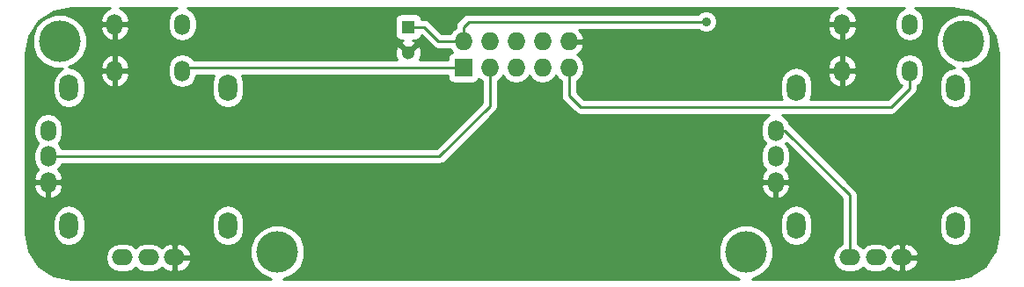
<source format=gbl>
G04 #@! TF.FileFunction,Copper,L2,Bot,Signal*
%FSLAX46Y46*%
G04 Gerber Fmt 4.6, Leading zero omitted, Abs format (unit mm)*
G04 Created by KiCad (PCBNEW (2015-01-16 BZR 5376)-product) date 28/04/2015 16:45:27*
%MOMM*%
G01*
G04 APERTURE LIST*
%ADD10C,0.100000*%
%ADD11C,4.000000*%
%ADD12R,1.300000X1.300000*%
%ADD13C,1.300000*%
%ADD14O,1.800000X2.600000*%
%ADD15O,1.524000X2.000000*%
%ADD16O,2.000000X1.540000*%
%ADD17R,1.727200X1.727200*%
%ADD18O,1.727200X1.727200*%
%ADD19C,0.889000*%
%ADD20C,0.254000*%
G04 APERTURE END LIST*
D10*
D11*
X91440000Y-88900000D03*
X157480000Y-109220000D03*
X178435000Y-88900000D03*
X112395000Y-109220000D03*
D12*
X125000000Y-87500000D03*
D13*
X125000000Y-90000000D03*
D14*
X162350000Y-93350000D03*
X177650000Y-93350000D03*
X177650000Y-106650000D03*
X162350000Y-106650000D03*
D15*
X160350000Y-100000000D03*
X160350000Y-97500000D03*
X160350000Y-102500000D03*
D16*
X170000000Y-109750000D03*
X167500000Y-109750000D03*
X172500000Y-109750000D03*
D15*
X166750000Y-91750000D03*
X173250000Y-91750000D03*
X173250000Y-87250000D03*
X166750000Y-87250000D03*
D14*
X92350000Y-93350000D03*
X107650000Y-93350000D03*
X107650000Y-106650000D03*
X92350000Y-106650000D03*
D15*
X90350000Y-100000000D03*
X90350000Y-97500000D03*
X90350000Y-102500000D03*
D16*
X100000000Y-109750000D03*
X97500000Y-109750000D03*
X102500000Y-109750000D03*
D15*
X96750000Y-91750000D03*
X103250000Y-91750000D03*
X103250000Y-87250000D03*
X96750000Y-87250000D03*
D17*
X130302000Y-91440000D03*
D18*
X130302000Y-88900000D03*
X132842000Y-91440000D03*
X132842000Y-88900000D03*
X135382000Y-91440000D03*
X135382000Y-88900000D03*
X137922000Y-91440000D03*
X137922000Y-88900000D03*
X140462000Y-91440000D03*
X140462000Y-88900000D03*
D19*
X153670000Y-86995000D03*
D20*
X125040000Y-87460000D02*
X125000000Y-87500000D01*
X167500000Y-103746000D02*
X167500000Y-109750000D01*
X161254000Y-97500000D02*
X167500000Y-103746000D01*
X160350000Y-97500000D02*
X161254000Y-97500000D01*
X126500000Y-87500000D02*
X127900000Y-88900000D01*
X127900000Y-88900000D02*
X130302000Y-88900000D01*
X125000000Y-87500000D02*
X126500000Y-87500000D01*
X153670000Y-86995000D02*
X130810000Y-86995000D01*
X130810000Y-86995000D02*
X130302000Y-87503000D01*
X130302000Y-87503000D02*
X130302000Y-88900000D01*
X173250000Y-87250000D02*
X173250000Y-87354000D01*
X173250000Y-93450000D02*
X171450000Y-95250000D01*
X171450000Y-95250000D02*
X141605000Y-95250000D01*
X141605000Y-95250000D02*
X140462000Y-94107000D01*
X140462000Y-94107000D02*
X140462000Y-91440000D01*
X173250000Y-91750000D02*
X173250000Y-93450000D01*
X132842000Y-95158000D02*
X128000000Y-100000000D01*
X128000000Y-100000000D02*
X90350000Y-100000000D01*
X132842000Y-91440000D02*
X132842000Y-95158000D01*
X108585000Y-91440000D02*
X108440000Y-91440000D01*
X130302000Y-91440000D02*
X108585000Y-91440000D01*
X103560000Y-91440000D02*
X103250000Y-91750000D01*
X108585000Y-91440000D02*
X103560000Y-91440000D01*
G36*
X181815000Y-107432532D02*
X181474141Y-109146144D01*
X181070457Y-109750299D01*
X181070457Y-88378166D01*
X180670147Y-87409342D01*
X179929557Y-86667458D01*
X178961433Y-86265458D01*
X177913166Y-86264543D01*
X176944342Y-86664853D01*
X176202458Y-87405443D01*
X175800458Y-88373567D01*
X175799543Y-89421834D01*
X176199853Y-90390658D01*
X176940443Y-91132542D01*
X177568448Y-91393312D01*
X177062581Y-91493936D01*
X176564591Y-91826682D01*
X176231845Y-92324672D01*
X176115000Y-92912091D01*
X176115000Y-93787909D01*
X176231845Y-94375328D01*
X176564591Y-94873318D01*
X177062581Y-95206064D01*
X177650000Y-95322909D01*
X178237419Y-95206064D01*
X178735409Y-94873318D01*
X179068155Y-94375328D01*
X179185000Y-93787909D01*
X179185000Y-92912091D01*
X179068155Y-92324672D01*
X178735409Y-91826682D01*
X178298699Y-91534882D01*
X178956834Y-91535457D01*
X179925658Y-91135147D01*
X180667542Y-90394557D01*
X181069542Y-89426433D01*
X181070457Y-88378166D01*
X181070457Y-109750299D01*
X180541675Y-110541677D01*
X179185000Y-111448177D01*
X179185000Y-107087909D01*
X179185000Y-106212091D01*
X179068155Y-105624672D01*
X178735409Y-105126682D01*
X178237419Y-104793936D01*
X177650000Y-104677091D01*
X177062581Y-104793936D01*
X176564591Y-105126682D01*
X176231845Y-105624672D01*
X176115000Y-106212091D01*
X176115000Y-107087909D01*
X176231845Y-107675328D01*
X176564591Y-108173318D01*
X177062581Y-108506064D01*
X177650000Y-108622909D01*
X178237419Y-108506064D01*
X178735409Y-108173318D01*
X179068155Y-107675328D01*
X179185000Y-107087909D01*
X179185000Y-111448177D01*
X179146142Y-111474142D01*
X177432532Y-111815000D01*
X174647000Y-111815000D01*
X174647000Y-92020032D01*
X174647000Y-91479968D01*
X174540660Y-90945359D01*
X174237828Y-90492140D01*
X173784609Y-90189308D01*
X173250000Y-90082968D01*
X172715391Y-90189308D01*
X172262172Y-90492140D01*
X171959340Y-90945359D01*
X171853000Y-91479968D01*
X171853000Y-92020032D01*
X171959340Y-92554641D01*
X172262172Y-93007860D01*
X172473382Y-93148986D01*
X171134369Y-94488000D01*
X168152130Y-94488000D01*
X168152130Y-92097692D01*
X168152130Y-91402308D01*
X168152130Y-87597692D01*
X167993277Y-87377000D01*
X166877000Y-87377000D01*
X166877000Y-88719720D01*
X167093070Y-88842220D01*
X167185230Y-88825377D01*
X167663892Y-88557020D01*
X168003422Y-88125914D01*
X168152130Y-87597692D01*
X168152130Y-91402308D01*
X168003422Y-90874086D01*
X167663892Y-90442980D01*
X167185230Y-90174623D01*
X167093070Y-90157780D01*
X166877000Y-90280280D01*
X166877000Y-91623000D01*
X167993277Y-91623000D01*
X168152130Y-91402308D01*
X168152130Y-92097692D01*
X167993277Y-91877000D01*
X166877000Y-91877000D01*
X166877000Y-93219720D01*
X167093070Y-93342220D01*
X167185230Y-93325377D01*
X167663892Y-93057020D01*
X168003422Y-92625914D01*
X168152130Y-92097692D01*
X168152130Y-94488000D01*
X166623000Y-94488000D01*
X166623000Y-93219720D01*
X166623000Y-91877000D01*
X166623000Y-91623000D01*
X166623000Y-90280280D01*
X166623000Y-88719720D01*
X166623000Y-87377000D01*
X165506723Y-87377000D01*
X165347870Y-87597692D01*
X165496578Y-88125914D01*
X165836108Y-88557020D01*
X166314770Y-88825377D01*
X166406930Y-88842220D01*
X166623000Y-88719720D01*
X166623000Y-90280280D01*
X166406930Y-90157780D01*
X166314770Y-90174623D01*
X165836108Y-90442980D01*
X165496578Y-90874086D01*
X165347870Y-91402308D01*
X165506723Y-91623000D01*
X166623000Y-91623000D01*
X166623000Y-91877000D01*
X165506723Y-91877000D01*
X165347870Y-92097692D01*
X165496578Y-92625914D01*
X165836108Y-93057020D01*
X166314770Y-93325377D01*
X166406930Y-93342220D01*
X166623000Y-93219720D01*
X166623000Y-94488000D01*
X163692870Y-94488000D01*
X163768155Y-94375328D01*
X163885000Y-93787909D01*
X163885000Y-92912091D01*
X163768155Y-92324672D01*
X163435409Y-91826682D01*
X162937419Y-91493936D01*
X162350000Y-91377091D01*
X161762581Y-91493936D01*
X161264591Y-91826682D01*
X160931845Y-92324672D01*
X160815000Y-92912091D01*
X160815000Y-93787909D01*
X160931845Y-94375328D01*
X161007129Y-94488000D01*
X141920630Y-94488000D01*
X141224000Y-93791370D01*
X141224000Y-92727925D01*
X141521670Y-92529029D01*
X141846526Y-92042848D01*
X141960600Y-91469359D01*
X141960600Y-91410641D01*
X141846526Y-90837152D01*
X141521670Y-90350971D01*
X141250839Y-90170007D01*
X141668821Y-89788490D01*
X141916968Y-89259027D01*
X141796469Y-89027000D01*
X140589000Y-89027000D01*
X140589000Y-89047000D01*
X140335000Y-89047000D01*
X140335000Y-89027000D01*
X140315000Y-89027000D01*
X140315000Y-88773000D01*
X140335000Y-88773000D01*
X140335000Y-88753000D01*
X140589000Y-88753000D01*
X140589000Y-88773000D01*
X141796469Y-88773000D01*
X141916968Y-88540973D01*
X141668821Y-88011510D01*
X141389985Y-87757000D01*
X152905358Y-87757000D01*
X153057714Y-87909622D01*
X153454332Y-88074313D01*
X153883784Y-88074687D01*
X154280689Y-87910689D01*
X154584622Y-87607286D01*
X154749313Y-87210668D01*
X154749687Y-86781216D01*
X154585689Y-86384311D01*
X154282286Y-86080378D01*
X153885668Y-85915687D01*
X153456216Y-85915313D01*
X153059311Y-86079311D01*
X152905353Y-86233000D01*
X130810000Y-86233000D01*
X130518395Y-86291004D01*
X130271184Y-86456185D01*
X129763185Y-86964185D01*
X129598004Y-87211395D01*
X129540000Y-87503000D01*
X129540000Y-87612074D01*
X129242330Y-87810971D01*
X129023816Y-88138000D01*
X128215630Y-88138000D01*
X127038815Y-86961185D01*
X126791605Y-86796004D01*
X126500000Y-86738000D01*
X126275709Y-86738000D01*
X126250463Y-86607877D01*
X126110673Y-86395073D01*
X125899640Y-86252623D01*
X125650000Y-86202560D01*
X124350000Y-86202560D01*
X124107877Y-86249537D01*
X123895073Y-86389327D01*
X123752623Y-86600360D01*
X123702560Y-86850000D01*
X123702560Y-88150000D01*
X123749537Y-88392123D01*
X123889327Y-88604927D01*
X124100360Y-88747377D01*
X124350000Y-88797440D01*
X124512385Y-88797440D01*
X124336271Y-88870389D01*
X124280590Y-89100984D01*
X125000000Y-89820395D01*
X125719410Y-89100984D01*
X125663729Y-88870389D01*
X125454098Y-88797440D01*
X125650000Y-88797440D01*
X125892123Y-88750463D01*
X126104927Y-88610673D01*
X126247377Y-88399640D01*
X126259843Y-88337473D01*
X127361185Y-89438815D01*
X127608395Y-89603996D01*
X127608396Y-89603996D01*
X127900000Y-89662000D01*
X129023816Y-89662000D01*
X129229300Y-89969529D01*
X129196277Y-89975937D01*
X128983473Y-90115727D01*
X128841023Y-90326760D01*
X128790960Y-90576400D01*
X128790960Y-90678000D01*
X126070509Y-90678000D01*
X126129611Y-90663729D01*
X126297622Y-90180922D01*
X126268083Y-89670572D01*
X126129611Y-89336271D01*
X125899016Y-89280590D01*
X125179605Y-90000000D01*
X125193747Y-90014142D01*
X125014142Y-90193747D01*
X125000000Y-90179605D01*
X124985857Y-90193747D01*
X124806252Y-90014142D01*
X124820395Y-90000000D01*
X124100984Y-89280590D01*
X123870389Y-89336271D01*
X123702378Y-89819078D01*
X123731917Y-90329428D01*
X123870389Y-90663729D01*
X123929490Y-90678000D01*
X108585000Y-90678000D01*
X108440000Y-90678000D01*
X104362015Y-90678000D01*
X104237828Y-90492140D01*
X103784609Y-90189308D01*
X103250000Y-90082968D01*
X102715391Y-90189308D01*
X102262172Y-90492140D01*
X101959340Y-90945359D01*
X101853000Y-91479968D01*
X101853000Y-92020032D01*
X101959340Y-92554641D01*
X102262172Y-93007860D01*
X102715391Y-93310692D01*
X103250000Y-93417032D01*
X103784609Y-93310692D01*
X104237828Y-93007860D01*
X104540660Y-92554641D01*
X104610804Y-92202000D01*
X106313811Y-92202000D01*
X106231845Y-92324672D01*
X106115000Y-92912091D01*
X106115000Y-93787909D01*
X106231845Y-94375328D01*
X106564591Y-94873318D01*
X107062581Y-95206064D01*
X107650000Y-95322909D01*
X108237419Y-95206064D01*
X108735409Y-94873318D01*
X109068155Y-94375328D01*
X109185000Y-93787909D01*
X109185000Y-92912091D01*
X109068155Y-92324672D01*
X108986188Y-92202000D01*
X128790960Y-92202000D01*
X128790960Y-92303600D01*
X128837937Y-92545723D01*
X128977727Y-92758527D01*
X129188760Y-92900977D01*
X129438400Y-92951040D01*
X131165600Y-92951040D01*
X131407723Y-92904063D01*
X131620527Y-92764273D01*
X131762977Y-92553240D01*
X131771179Y-92512340D01*
X131782330Y-92529029D01*
X132080000Y-92727925D01*
X132080000Y-94842370D01*
X127684370Y-99238000D01*
X98152130Y-99238000D01*
X98152130Y-92097692D01*
X98152130Y-91402308D01*
X98152130Y-87597692D01*
X97993277Y-87377000D01*
X96877000Y-87377000D01*
X96877000Y-88719720D01*
X97093070Y-88842220D01*
X97185230Y-88825377D01*
X97663892Y-88557020D01*
X98003422Y-88125914D01*
X98152130Y-87597692D01*
X98152130Y-91402308D01*
X98003422Y-90874086D01*
X97663892Y-90442980D01*
X97185230Y-90174623D01*
X97093070Y-90157780D01*
X96877000Y-90280280D01*
X96877000Y-91623000D01*
X97993277Y-91623000D01*
X98152130Y-91402308D01*
X98152130Y-92097692D01*
X97993277Y-91877000D01*
X96877000Y-91877000D01*
X96877000Y-93219720D01*
X97093070Y-93342220D01*
X97185230Y-93325377D01*
X97663892Y-93057020D01*
X98003422Y-92625914D01*
X98152130Y-92097692D01*
X98152130Y-99238000D01*
X96623000Y-99238000D01*
X96623000Y-93219720D01*
X96623000Y-91877000D01*
X96623000Y-91623000D01*
X96623000Y-90280280D01*
X96623000Y-88719720D01*
X96623000Y-87377000D01*
X95506723Y-87377000D01*
X95347870Y-87597692D01*
X95496578Y-88125914D01*
X95836108Y-88557020D01*
X96314770Y-88825377D01*
X96406930Y-88842220D01*
X96623000Y-88719720D01*
X96623000Y-90280280D01*
X96406930Y-90157780D01*
X96314770Y-90174623D01*
X95836108Y-90442980D01*
X95496578Y-90874086D01*
X95347870Y-91402308D01*
X95506723Y-91623000D01*
X96623000Y-91623000D01*
X96623000Y-91877000D01*
X95506723Y-91877000D01*
X95347870Y-92097692D01*
X95496578Y-92625914D01*
X95836108Y-93057020D01*
X96314770Y-93325377D01*
X96406930Y-93342220D01*
X96623000Y-93219720D01*
X96623000Y-99238000D01*
X94075457Y-99238000D01*
X94075457Y-88378166D01*
X93675147Y-87409342D01*
X92934557Y-86667458D01*
X91966433Y-86265458D01*
X90918166Y-86264543D01*
X89949342Y-86664853D01*
X89207458Y-87405443D01*
X88805458Y-88373567D01*
X88804543Y-89421834D01*
X89204853Y-90390658D01*
X89945443Y-91132542D01*
X90913567Y-91534542D01*
X91700781Y-91535229D01*
X91264591Y-91826682D01*
X90931845Y-92324672D01*
X90815000Y-92912091D01*
X90815000Y-93787909D01*
X90931845Y-94375328D01*
X91264591Y-94873318D01*
X91762581Y-95206064D01*
X92350000Y-95322909D01*
X92937419Y-95206064D01*
X93435409Y-94873318D01*
X93768155Y-94375328D01*
X93885000Y-93787909D01*
X93885000Y-92912091D01*
X93768155Y-92324672D01*
X93435409Y-91826682D01*
X92937419Y-91493936D01*
X92350000Y-91377091D01*
X92340568Y-91378967D01*
X92930658Y-91135147D01*
X93672542Y-90394557D01*
X94074542Y-89426433D01*
X94075457Y-88378166D01*
X94075457Y-99238000D01*
X91649141Y-99238000D01*
X91640660Y-99195359D01*
X91343079Y-98750000D01*
X91640660Y-98304641D01*
X91747000Y-97770032D01*
X91747000Y-97229968D01*
X91640660Y-96695359D01*
X91337828Y-96242140D01*
X90884609Y-95939308D01*
X90350000Y-95832968D01*
X89815391Y-95939308D01*
X89362172Y-96242140D01*
X89059340Y-96695359D01*
X88953000Y-97229968D01*
X88953000Y-97770032D01*
X89059340Y-98304641D01*
X89356920Y-98750000D01*
X89059340Y-99195359D01*
X88953000Y-99729968D01*
X88953000Y-100270032D01*
X89059340Y-100804641D01*
X89362172Y-101257860D01*
X89377135Y-101267858D01*
X89096578Y-101624086D01*
X88947870Y-102152308D01*
X89106723Y-102373000D01*
X90223000Y-102373000D01*
X90223000Y-102353000D01*
X90477000Y-102353000D01*
X90477000Y-102373000D01*
X91593277Y-102373000D01*
X91752130Y-102152308D01*
X91603422Y-101624086D01*
X91322864Y-101267858D01*
X91337828Y-101257860D01*
X91640660Y-100804641D01*
X91649141Y-100762000D01*
X128000000Y-100762000D01*
X128000000Y-100761999D01*
X128291604Y-100703996D01*
X128291605Y-100703996D01*
X128538815Y-100538815D01*
X133380815Y-95696815D01*
X133545996Y-95449605D01*
X133603999Y-95158000D01*
X133604000Y-95158000D01*
X133604000Y-92727925D01*
X133901670Y-92529029D01*
X134112000Y-92214248D01*
X134322330Y-92529029D01*
X134808511Y-92853885D01*
X135382000Y-92967959D01*
X135955489Y-92853885D01*
X136441670Y-92529029D01*
X136652000Y-92214248D01*
X136862330Y-92529029D01*
X137348511Y-92853885D01*
X137922000Y-92967959D01*
X138495489Y-92853885D01*
X138981670Y-92529029D01*
X139192000Y-92214248D01*
X139402330Y-92529029D01*
X139700000Y-92727925D01*
X139700000Y-94107000D01*
X139758004Y-94398605D01*
X139923185Y-94645815D01*
X141066185Y-95788815D01*
X141313395Y-95953996D01*
X141605000Y-96012000D01*
X159706600Y-96012000D01*
X159362172Y-96242140D01*
X159059340Y-96695359D01*
X158953000Y-97229968D01*
X158953000Y-97770032D01*
X159059340Y-98304641D01*
X159356920Y-98750000D01*
X159059340Y-99195359D01*
X158953000Y-99729968D01*
X158953000Y-100270032D01*
X159059340Y-100804641D01*
X159362172Y-101257860D01*
X159377135Y-101267858D01*
X159096578Y-101624086D01*
X158947870Y-102152308D01*
X159106723Y-102373000D01*
X160223000Y-102373000D01*
X160223000Y-102353000D01*
X160477000Y-102353000D01*
X160477000Y-102373000D01*
X161593277Y-102373000D01*
X161752130Y-102152308D01*
X161603422Y-101624086D01*
X161322864Y-101267858D01*
X161337828Y-101257860D01*
X161640660Y-100804641D01*
X161747000Y-100270032D01*
X161747000Y-99729968D01*
X161640660Y-99195359D01*
X161343079Y-98750000D01*
X161376441Y-98700071D01*
X166738000Y-104061630D01*
X166738000Y-108444449D01*
X166700298Y-108451949D01*
X166244483Y-108756515D01*
X165939917Y-109212330D01*
X165832968Y-109750000D01*
X165939917Y-110287670D01*
X166244483Y-110743485D01*
X166700298Y-111048051D01*
X167237968Y-111155000D01*
X167762032Y-111155000D01*
X168299702Y-111048051D01*
X168750000Y-110747171D01*
X169200298Y-111048051D01*
X169737968Y-111155000D01*
X170262032Y-111155000D01*
X170799702Y-111048051D01*
X171255517Y-110743485D01*
X171268349Y-110724279D01*
X171621288Y-111005732D01*
X172151216Y-111158397D01*
X172373000Y-111000889D01*
X172373000Y-109877000D01*
X172353000Y-109877000D01*
X172353000Y-109623000D01*
X172373000Y-109623000D01*
X172373000Y-108499111D01*
X172151216Y-108341603D01*
X171621288Y-108494268D01*
X171268349Y-108775720D01*
X171255517Y-108756515D01*
X170799702Y-108451949D01*
X170262032Y-108345000D01*
X169737968Y-108345000D01*
X169200298Y-108451949D01*
X168750000Y-108752828D01*
X168299702Y-108451949D01*
X168262000Y-108444449D01*
X168262000Y-103746000D01*
X168203996Y-103454396D01*
X168203996Y-103454395D01*
X168038815Y-103207185D01*
X161792815Y-96961185D01*
X161678318Y-96884680D01*
X161640660Y-96695359D01*
X161337828Y-96242140D01*
X160993399Y-96012000D01*
X171450000Y-96012000D01*
X171450000Y-96011999D01*
X171741604Y-95953996D01*
X171741605Y-95953996D01*
X171988815Y-95788815D01*
X173788815Y-93988816D01*
X173788815Y-93988815D01*
X173953996Y-93741605D01*
X174011999Y-93450000D01*
X174012000Y-93450000D01*
X174012000Y-93158753D01*
X174237828Y-93007860D01*
X174540660Y-92554641D01*
X174647000Y-92020032D01*
X174647000Y-111815000D01*
X174092154Y-111815000D01*
X174092154Y-110094327D01*
X174092154Y-109405673D01*
X174076646Y-109320772D01*
X173809880Y-108838106D01*
X173378712Y-108494268D01*
X172848784Y-108341603D01*
X172627000Y-108499111D01*
X172627000Y-109623000D01*
X173969762Y-109623000D01*
X174092154Y-109405673D01*
X174092154Y-110094327D01*
X173969762Y-109877000D01*
X172627000Y-109877000D01*
X172627000Y-111000889D01*
X172848784Y-111158397D01*
X173378712Y-111005732D01*
X173809880Y-110661894D01*
X174076646Y-110179228D01*
X174092154Y-110094327D01*
X174092154Y-111815000D01*
X163885000Y-111815000D01*
X163885000Y-107087909D01*
X163885000Y-106212091D01*
X163768155Y-105624672D01*
X163435409Y-105126682D01*
X162937419Y-104793936D01*
X162350000Y-104677091D01*
X161762581Y-104793936D01*
X161752130Y-104800919D01*
X161752130Y-102847692D01*
X161593277Y-102627000D01*
X160477000Y-102627000D01*
X160477000Y-103969720D01*
X160693070Y-104092220D01*
X160785230Y-104075377D01*
X161263892Y-103807020D01*
X161603422Y-103375914D01*
X161752130Y-102847692D01*
X161752130Y-104800919D01*
X161264591Y-105126682D01*
X160931845Y-105624672D01*
X160815000Y-106212091D01*
X160815000Y-107087909D01*
X160931845Y-107675328D01*
X161264591Y-108173318D01*
X161762581Y-108506064D01*
X162350000Y-108622909D01*
X162937419Y-108506064D01*
X163435409Y-108173318D01*
X163768155Y-107675328D01*
X163885000Y-107087909D01*
X163885000Y-111815000D01*
X160223000Y-111815000D01*
X160223000Y-103969720D01*
X160223000Y-102627000D01*
X159106723Y-102627000D01*
X158947870Y-102847692D01*
X159096578Y-103375914D01*
X159436108Y-103807020D01*
X159914770Y-104075377D01*
X160006930Y-104092220D01*
X160223000Y-103969720D01*
X160223000Y-111815000D01*
X158099747Y-111815000D01*
X158970658Y-111455147D01*
X159712542Y-110714557D01*
X160114542Y-109746433D01*
X160115457Y-108698166D01*
X159715147Y-107729342D01*
X158974557Y-106987458D01*
X158006433Y-106585458D01*
X156958166Y-106584543D01*
X155989342Y-106984853D01*
X155247458Y-107725443D01*
X154845458Y-108693567D01*
X154844543Y-109741834D01*
X155244853Y-110710658D01*
X155985443Y-111452542D01*
X156858339Y-111815000D01*
X113014747Y-111815000D01*
X113885658Y-111455147D01*
X114627542Y-110714557D01*
X115029542Y-109746433D01*
X115030457Y-108698166D01*
X114630147Y-107729342D01*
X113889557Y-106987458D01*
X112921433Y-106585458D01*
X111873166Y-106584543D01*
X110904342Y-106984853D01*
X110162458Y-107725443D01*
X109760458Y-108693567D01*
X109759543Y-109741834D01*
X110159853Y-110710658D01*
X110900443Y-111452542D01*
X111773339Y-111815000D01*
X109185000Y-111815000D01*
X109185000Y-107087909D01*
X109185000Y-106212091D01*
X109068155Y-105624672D01*
X108735409Y-105126682D01*
X108237419Y-104793936D01*
X107650000Y-104677091D01*
X107062581Y-104793936D01*
X106564591Y-105126682D01*
X106231845Y-105624672D01*
X106115000Y-106212091D01*
X106115000Y-107087909D01*
X106231845Y-107675328D01*
X106564591Y-108173318D01*
X107062581Y-108506064D01*
X107650000Y-108622909D01*
X108237419Y-108506064D01*
X108735409Y-108173318D01*
X109068155Y-107675328D01*
X109185000Y-107087909D01*
X109185000Y-111815000D01*
X104092154Y-111815000D01*
X104092154Y-110094327D01*
X104092154Y-109405673D01*
X104076646Y-109320772D01*
X103809880Y-108838106D01*
X103378712Y-108494268D01*
X102848784Y-108341603D01*
X102627000Y-108499111D01*
X102627000Y-109623000D01*
X103969762Y-109623000D01*
X104092154Y-109405673D01*
X104092154Y-110094327D01*
X103969762Y-109877000D01*
X102627000Y-109877000D01*
X102627000Y-111000889D01*
X102848784Y-111158397D01*
X103378712Y-111005732D01*
X103809880Y-110661894D01*
X104076646Y-110179228D01*
X104092154Y-110094327D01*
X104092154Y-111815000D01*
X102373000Y-111815000D01*
X102373000Y-111000889D01*
X102373000Y-109877000D01*
X102353000Y-109877000D01*
X102353000Y-109623000D01*
X102373000Y-109623000D01*
X102373000Y-108499111D01*
X102151216Y-108341603D01*
X101621288Y-108494268D01*
X101268349Y-108775720D01*
X101255517Y-108756515D01*
X100799702Y-108451949D01*
X100262032Y-108345000D01*
X99737968Y-108345000D01*
X99200298Y-108451949D01*
X98750000Y-108752828D01*
X98299702Y-108451949D01*
X97762032Y-108345000D01*
X97237968Y-108345000D01*
X96700298Y-108451949D01*
X96244483Y-108756515D01*
X95939917Y-109212330D01*
X95832968Y-109750000D01*
X95939917Y-110287670D01*
X96244483Y-110743485D01*
X96700298Y-111048051D01*
X97237968Y-111155000D01*
X97762032Y-111155000D01*
X98299702Y-111048051D01*
X98750000Y-110747171D01*
X99200298Y-111048051D01*
X99737968Y-111155000D01*
X100262032Y-111155000D01*
X100799702Y-111048051D01*
X101255517Y-110743485D01*
X101268349Y-110724279D01*
X101621288Y-111005732D01*
X102151216Y-111158397D01*
X102373000Y-111000889D01*
X102373000Y-111815000D01*
X93885000Y-111815000D01*
X93885000Y-107087909D01*
X93885000Y-106212091D01*
X93768155Y-105624672D01*
X93435409Y-105126682D01*
X92937419Y-104793936D01*
X92350000Y-104677091D01*
X91762581Y-104793936D01*
X91752130Y-104800919D01*
X91752130Y-102847692D01*
X91593277Y-102627000D01*
X90477000Y-102627000D01*
X90477000Y-103969720D01*
X90693070Y-104092220D01*
X90785230Y-104075377D01*
X91263892Y-103807020D01*
X91603422Y-103375914D01*
X91752130Y-102847692D01*
X91752130Y-104800919D01*
X91264591Y-105126682D01*
X90931845Y-105624672D01*
X90815000Y-106212091D01*
X90815000Y-107087909D01*
X90931845Y-107675328D01*
X91264591Y-108173318D01*
X91762581Y-108506064D01*
X92350000Y-108622909D01*
X92937419Y-108506064D01*
X93435409Y-108173318D01*
X93768155Y-107675328D01*
X93885000Y-107087909D01*
X93885000Y-111815000D01*
X92567467Y-111815000D01*
X90853855Y-111474141D01*
X90223000Y-111052616D01*
X90223000Y-103969720D01*
X90223000Y-102627000D01*
X89106723Y-102627000D01*
X88947870Y-102847692D01*
X89096578Y-103375914D01*
X89436108Y-103807020D01*
X89914770Y-104075377D01*
X90006930Y-104092220D01*
X90223000Y-103969720D01*
X90223000Y-111052616D01*
X89458322Y-110541675D01*
X88525857Y-109146142D01*
X88185000Y-107432532D01*
X88185000Y-90067467D01*
X88525857Y-88353857D01*
X89458322Y-86958324D01*
X90853855Y-86025858D01*
X92567467Y-85685000D01*
X96296260Y-85685000D01*
X95836108Y-85942980D01*
X95496578Y-86374086D01*
X95347870Y-86902308D01*
X95506723Y-87123000D01*
X96623000Y-87123000D01*
X96623000Y-87103000D01*
X96877000Y-87103000D01*
X96877000Y-87123000D01*
X97993277Y-87123000D01*
X98152130Y-86902308D01*
X98003422Y-86374086D01*
X97663892Y-85942980D01*
X97203739Y-85685000D01*
X102737048Y-85685000D01*
X102715391Y-85689308D01*
X102262172Y-85992140D01*
X101959340Y-86445359D01*
X101853000Y-86979968D01*
X101853000Y-87520032D01*
X101959340Y-88054641D01*
X102262172Y-88507860D01*
X102715391Y-88810692D01*
X103250000Y-88917032D01*
X103784609Y-88810692D01*
X104237828Y-88507860D01*
X104540660Y-88054641D01*
X104647000Y-87520032D01*
X104647000Y-86979968D01*
X104540660Y-86445359D01*
X104237828Y-85992140D01*
X103784609Y-85689308D01*
X103762951Y-85685000D01*
X166296260Y-85685000D01*
X165836108Y-85942980D01*
X165496578Y-86374086D01*
X165347870Y-86902308D01*
X165506723Y-87123000D01*
X166623000Y-87123000D01*
X166623000Y-87103000D01*
X166877000Y-87103000D01*
X166877000Y-87123000D01*
X167993277Y-87123000D01*
X168152130Y-86902308D01*
X168003422Y-86374086D01*
X167663892Y-85942980D01*
X167203739Y-85685000D01*
X172737048Y-85685000D01*
X172715391Y-85689308D01*
X172262172Y-85992140D01*
X171959340Y-86445359D01*
X171853000Y-86979968D01*
X171853000Y-87520032D01*
X171959340Y-88054641D01*
X172262172Y-88507860D01*
X172715391Y-88810692D01*
X173250000Y-88917032D01*
X173784609Y-88810692D01*
X174237828Y-88507860D01*
X174540660Y-88054641D01*
X174647000Y-87520032D01*
X174647000Y-86979968D01*
X174540660Y-86445359D01*
X174237828Y-85992140D01*
X173784609Y-85689308D01*
X173762951Y-85685000D01*
X177432532Y-85685000D01*
X179146142Y-86025857D01*
X180541675Y-86958322D01*
X181474141Y-88353855D01*
X181815000Y-90067467D01*
X181815000Y-107432532D01*
X181815000Y-107432532D01*
G37*
X181815000Y-107432532D02*
X181474141Y-109146144D01*
X181070457Y-109750299D01*
X181070457Y-88378166D01*
X180670147Y-87409342D01*
X179929557Y-86667458D01*
X178961433Y-86265458D01*
X177913166Y-86264543D01*
X176944342Y-86664853D01*
X176202458Y-87405443D01*
X175800458Y-88373567D01*
X175799543Y-89421834D01*
X176199853Y-90390658D01*
X176940443Y-91132542D01*
X177568448Y-91393312D01*
X177062581Y-91493936D01*
X176564591Y-91826682D01*
X176231845Y-92324672D01*
X176115000Y-92912091D01*
X176115000Y-93787909D01*
X176231845Y-94375328D01*
X176564591Y-94873318D01*
X177062581Y-95206064D01*
X177650000Y-95322909D01*
X178237419Y-95206064D01*
X178735409Y-94873318D01*
X179068155Y-94375328D01*
X179185000Y-93787909D01*
X179185000Y-92912091D01*
X179068155Y-92324672D01*
X178735409Y-91826682D01*
X178298699Y-91534882D01*
X178956834Y-91535457D01*
X179925658Y-91135147D01*
X180667542Y-90394557D01*
X181069542Y-89426433D01*
X181070457Y-88378166D01*
X181070457Y-109750299D01*
X180541675Y-110541677D01*
X179185000Y-111448177D01*
X179185000Y-107087909D01*
X179185000Y-106212091D01*
X179068155Y-105624672D01*
X178735409Y-105126682D01*
X178237419Y-104793936D01*
X177650000Y-104677091D01*
X177062581Y-104793936D01*
X176564591Y-105126682D01*
X176231845Y-105624672D01*
X176115000Y-106212091D01*
X176115000Y-107087909D01*
X176231845Y-107675328D01*
X176564591Y-108173318D01*
X177062581Y-108506064D01*
X177650000Y-108622909D01*
X178237419Y-108506064D01*
X178735409Y-108173318D01*
X179068155Y-107675328D01*
X179185000Y-107087909D01*
X179185000Y-111448177D01*
X179146142Y-111474142D01*
X177432532Y-111815000D01*
X174647000Y-111815000D01*
X174647000Y-92020032D01*
X174647000Y-91479968D01*
X174540660Y-90945359D01*
X174237828Y-90492140D01*
X173784609Y-90189308D01*
X173250000Y-90082968D01*
X172715391Y-90189308D01*
X172262172Y-90492140D01*
X171959340Y-90945359D01*
X171853000Y-91479968D01*
X171853000Y-92020032D01*
X171959340Y-92554641D01*
X172262172Y-93007860D01*
X172473382Y-93148986D01*
X171134369Y-94488000D01*
X168152130Y-94488000D01*
X168152130Y-92097692D01*
X168152130Y-91402308D01*
X168152130Y-87597692D01*
X167993277Y-87377000D01*
X166877000Y-87377000D01*
X166877000Y-88719720D01*
X167093070Y-88842220D01*
X167185230Y-88825377D01*
X167663892Y-88557020D01*
X168003422Y-88125914D01*
X168152130Y-87597692D01*
X168152130Y-91402308D01*
X168003422Y-90874086D01*
X167663892Y-90442980D01*
X167185230Y-90174623D01*
X167093070Y-90157780D01*
X166877000Y-90280280D01*
X166877000Y-91623000D01*
X167993277Y-91623000D01*
X168152130Y-91402308D01*
X168152130Y-92097692D01*
X167993277Y-91877000D01*
X166877000Y-91877000D01*
X166877000Y-93219720D01*
X167093070Y-93342220D01*
X167185230Y-93325377D01*
X167663892Y-93057020D01*
X168003422Y-92625914D01*
X168152130Y-92097692D01*
X168152130Y-94488000D01*
X166623000Y-94488000D01*
X166623000Y-93219720D01*
X166623000Y-91877000D01*
X166623000Y-91623000D01*
X166623000Y-90280280D01*
X166623000Y-88719720D01*
X166623000Y-87377000D01*
X165506723Y-87377000D01*
X165347870Y-87597692D01*
X165496578Y-88125914D01*
X165836108Y-88557020D01*
X166314770Y-88825377D01*
X166406930Y-88842220D01*
X166623000Y-88719720D01*
X166623000Y-90280280D01*
X166406930Y-90157780D01*
X166314770Y-90174623D01*
X165836108Y-90442980D01*
X165496578Y-90874086D01*
X165347870Y-91402308D01*
X165506723Y-91623000D01*
X166623000Y-91623000D01*
X166623000Y-91877000D01*
X165506723Y-91877000D01*
X165347870Y-92097692D01*
X165496578Y-92625914D01*
X165836108Y-93057020D01*
X166314770Y-93325377D01*
X166406930Y-93342220D01*
X166623000Y-93219720D01*
X166623000Y-94488000D01*
X163692870Y-94488000D01*
X163768155Y-94375328D01*
X163885000Y-93787909D01*
X163885000Y-92912091D01*
X163768155Y-92324672D01*
X163435409Y-91826682D01*
X162937419Y-91493936D01*
X162350000Y-91377091D01*
X161762581Y-91493936D01*
X161264591Y-91826682D01*
X160931845Y-92324672D01*
X160815000Y-92912091D01*
X160815000Y-93787909D01*
X160931845Y-94375328D01*
X161007129Y-94488000D01*
X141920630Y-94488000D01*
X141224000Y-93791370D01*
X141224000Y-92727925D01*
X141521670Y-92529029D01*
X141846526Y-92042848D01*
X141960600Y-91469359D01*
X141960600Y-91410641D01*
X141846526Y-90837152D01*
X141521670Y-90350971D01*
X141250839Y-90170007D01*
X141668821Y-89788490D01*
X141916968Y-89259027D01*
X141796469Y-89027000D01*
X140589000Y-89027000D01*
X140589000Y-89047000D01*
X140335000Y-89047000D01*
X140335000Y-89027000D01*
X140315000Y-89027000D01*
X140315000Y-88773000D01*
X140335000Y-88773000D01*
X140335000Y-88753000D01*
X140589000Y-88753000D01*
X140589000Y-88773000D01*
X141796469Y-88773000D01*
X141916968Y-88540973D01*
X141668821Y-88011510D01*
X141389985Y-87757000D01*
X152905358Y-87757000D01*
X153057714Y-87909622D01*
X153454332Y-88074313D01*
X153883784Y-88074687D01*
X154280689Y-87910689D01*
X154584622Y-87607286D01*
X154749313Y-87210668D01*
X154749687Y-86781216D01*
X154585689Y-86384311D01*
X154282286Y-86080378D01*
X153885668Y-85915687D01*
X153456216Y-85915313D01*
X153059311Y-86079311D01*
X152905353Y-86233000D01*
X130810000Y-86233000D01*
X130518395Y-86291004D01*
X130271184Y-86456185D01*
X129763185Y-86964185D01*
X129598004Y-87211395D01*
X129540000Y-87503000D01*
X129540000Y-87612074D01*
X129242330Y-87810971D01*
X129023816Y-88138000D01*
X128215630Y-88138000D01*
X127038815Y-86961185D01*
X126791605Y-86796004D01*
X126500000Y-86738000D01*
X126275709Y-86738000D01*
X126250463Y-86607877D01*
X126110673Y-86395073D01*
X125899640Y-86252623D01*
X125650000Y-86202560D01*
X124350000Y-86202560D01*
X124107877Y-86249537D01*
X123895073Y-86389327D01*
X123752623Y-86600360D01*
X123702560Y-86850000D01*
X123702560Y-88150000D01*
X123749537Y-88392123D01*
X123889327Y-88604927D01*
X124100360Y-88747377D01*
X124350000Y-88797440D01*
X124512385Y-88797440D01*
X124336271Y-88870389D01*
X124280590Y-89100984D01*
X125000000Y-89820395D01*
X125719410Y-89100984D01*
X125663729Y-88870389D01*
X125454098Y-88797440D01*
X125650000Y-88797440D01*
X125892123Y-88750463D01*
X126104927Y-88610673D01*
X126247377Y-88399640D01*
X126259843Y-88337473D01*
X127361185Y-89438815D01*
X127608395Y-89603996D01*
X127608396Y-89603996D01*
X127900000Y-89662000D01*
X129023816Y-89662000D01*
X129229300Y-89969529D01*
X129196277Y-89975937D01*
X128983473Y-90115727D01*
X128841023Y-90326760D01*
X128790960Y-90576400D01*
X128790960Y-90678000D01*
X126070509Y-90678000D01*
X126129611Y-90663729D01*
X126297622Y-90180922D01*
X126268083Y-89670572D01*
X126129611Y-89336271D01*
X125899016Y-89280590D01*
X125179605Y-90000000D01*
X125193747Y-90014142D01*
X125014142Y-90193747D01*
X125000000Y-90179605D01*
X124985857Y-90193747D01*
X124806252Y-90014142D01*
X124820395Y-90000000D01*
X124100984Y-89280590D01*
X123870389Y-89336271D01*
X123702378Y-89819078D01*
X123731917Y-90329428D01*
X123870389Y-90663729D01*
X123929490Y-90678000D01*
X108585000Y-90678000D01*
X108440000Y-90678000D01*
X104362015Y-90678000D01*
X104237828Y-90492140D01*
X103784609Y-90189308D01*
X103250000Y-90082968D01*
X102715391Y-90189308D01*
X102262172Y-90492140D01*
X101959340Y-90945359D01*
X101853000Y-91479968D01*
X101853000Y-92020032D01*
X101959340Y-92554641D01*
X102262172Y-93007860D01*
X102715391Y-93310692D01*
X103250000Y-93417032D01*
X103784609Y-93310692D01*
X104237828Y-93007860D01*
X104540660Y-92554641D01*
X104610804Y-92202000D01*
X106313811Y-92202000D01*
X106231845Y-92324672D01*
X106115000Y-92912091D01*
X106115000Y-93787909D01*
X106231845Y-94375328D01*
X106564591Y-94873318D01*
X107062581Y-95206064D01*
X107650000Y-95322909D01*
X108237419Y-95206064D01*
X108735409Y-94873318D01*
X109068155Y-94375328D01*
X109185000Y-93787909D01*
X109185000Y-92912091D01*
X109068155Y-92324672D01*
X108986188Y-92202000D01*
X128790960Y-92202000D01*
X128790960Y-92303600D01*
X128837937Y-92545723D01*
X128977727Y-92758527D01*
X129188760Y-92900977D01*
X129438400Y-92951040D01*
X131165600Y-92951040D01*
X131407723Y-92904063D01*
X131620527Y-92764273D01*
X131762977Y-92553240D01*
X131771179Y-92512340D01*
X131782330Y-92529029D01*
X132080000Y-92727925D01*
X132080000Y-94842370D01*
X127684370Y-99238000D01*
X98152130Y-99238000D01*
X98152130Y-92097692D01*
X98152130Y-91402308D01*
X98152130Y-87597692D01*
X97993277Y-87377000D01*
X96877000Y-87377000D01*
X96877000Y-88719720D01*
X97093070Y-88842220D01*
X97185230Y-88825377D01*
X97663892Y-88557020D01*
X98003422Y-88125914D01*
X98152130Y-87597692D01*
X98152130Y-91402308D01*
X98003422Y-90874086D01*
X97663892Y-90442980D01*
X97185230Y-90174623D01*
X97093070Y-90157780D01*
X96877000Y-90280280D01*
X96877000Y-91623000D01*
X97993277Y-91623000D01*
X98152130Y-91402308D01*
X98152130Y-92097692D01*
X97993277Y-91877000D01*
X96877000Y-91877000D01*
X96877000Y-93219720D01*
X97093070Y-93342220D01*
X97185230Y-93325377D01*
X97663892Y-93057020D01*
X98003422Y-92625914D01*
X98152130Y-92097692D01*
X98152130Y-99238000D01*
X96623000Y-99238000D01*
X96623000Y-93219720D01*
X96623000Y-91877000D01*
X96623000Y-91623000D01*
X96623000Y-90280280D01*
X96623000Y-88719720D01*
X96623000Y-87377000D01*
X95506723Y-87377000D01*
X95347870Y-87597692D01*
X95496578Y-88125914D01*
X95836108Y-88557020D01*
X96314770Y-88825377D01*
X96406930Y-88842220D01*
X96623000Y-88719720D01*
X96623000Y-90280280D01*
X96406930Y-90157780D01*
X96314770Y-90174623D01*
X95836108Y-90442980D01*
X95496578Y-90874086D01*
X95347870Y-91402308D01*
X95506723Y-91623000D01*
X96623000Y-91623000D01*
X96623000Y-91877000D01*
X95506723Y-91877000D01*
X95347870Y-92097692D01*
X95496578Y-92625914D01*
X95836108Y-93057020D01*
X96314770Y-93325377D01*
X96406930Y-93342220D01*
X96623000Y-93219720D01*
X96623000Y-99238000D01*
X94075457Y-99238000D01*
X94075457Y-88378166D01*
X93675147Y-87409342D01*
X92934557Y-86667458D01*
X91966433Y-86265458D01*
X90918166Y-86264543D01*
X89949342Y-86664853D01*
X89207458Y-87405443D01*
X88805458Y-88373567D01*
X88804543Y-89421834D01*
X89204853Y-90390658D01*
X89945443Y-91132542D01*
X90913567Y-91534542D01*
X91700781Y-91535229D01*
X91264591Y-91826682D01*
X90931845Y-92324672D01*
X90815000Y-92912091D01*
X90815000Y-93787909D01*
X90931845Y-94375328D01*
X91264591Y-94873318D01*
X91762581Y-95206064D01*
X92350000Y-95322909D01*
X92937419Y-95206064D01*
X93435409Y-94873318D01*
X93768155Y-94375328D01*
X93885000Y-93787909D01*
X93885000Y-92912091D01*
X93768155Y-92324672D01*
X93435409Y-91826682D01*
X92937419Y-91493936D01*
X92350000Y-91377091D01*
X92340568Y-91378967D01*
X92930658Y-91135147D01*
X93672542Y-90394557D01*
X94074542Y-89426433D01*
X94075457Y-88378166D01*
X94075457Y-99238000D01*
X91649141Y-99238000D01*
X91640660Y-99195359D01*
X91343079Y-98750000D01*
X91640660Y-98304641D01*
X91747000Y-97770032D01*
X91747000Y-97229968D01*
X91640660Y-96695359D01*
X91337828Y-96242140D01*
X90884609Y-95939308D01*
X90350000Y-95832968D01*
X89815391Y-95939308D01*
X89362172Y-96242140D01*
X89059340Y-96695359D01*
X88953000Y-97229968D01*
X88953000Y-97770032D01*
X89059340Y-98304641D01*
X89356920Y-98750000D01*
X89059340Y-99195359D01*
X88953000Y-99729968D01*
X88953000Y-100270032D01*
X89059340Y-100804641D01*
X89362172Y-101257860D01*
X89377135Y-101267858D01*
X89096578Y-101624086D01*
X88947870Y-102152308D01*
X89106723Y-102373000D01*
X90223000Y-102373000D01*
X90223000Y-102353000D01*
X90477000Y-102353000D01*
X90477000Y-102373000D01*
X91593277Y-102373000D01*
X91752130Y-102152308D01*
X91603422Y-101624086D01*
X91322864Y-101267858D01*
X91337828Y-101257860D01*
X91640660Y-100804641D01*
X91649141Y-100762000D01*
X128000000Y-100762000D01*
X128000000Y-100761999D01*
X128291604Y-100703996D01*
X128291605Y-100703996D01*
X128538815Y-100538815D01*
X133380815Y-95696815D01*
X133545996Y-95449605D01*
X133603999Y-95158000D01*
X133604000Y-95158000D01*
X133604000Y-92727925D01*
X133901670Y-92529029D01*
X134112000Y-92214248D01*
X134322330Y-92529029D01*
X134808511Y-92853885D01*
X135382000Y-92967959D01*
X135955489Y-92853885D01*
X136441670Y-92529029D01*
X136652000Y-92214248D01*
X136862330Y-92529029D01*
X137348511Y-92853885D01*
X137922000Y-92967959D01*
X138495489Y-92853885D01*
X138981670Y-92529029D01*
X139192000Y-92214248D01*
X139402330Y-92529029D01*
X139700000Y-92727925D01*
X139700000Y-94107000D01*
X139758004Y-94398605D01*
X139923185Y-94645815D01*
X141066185Y-95788815D01*
X141313395Y-95953996D01*
X141605000Y-96012000D01*
X159706600Y-96012000D01*
X159362172Y-96242140D01*
X159059340Y-96695359D01*
X158953000Y-97229968D01*
X158953000Y-97770032D01*
X159059340Y-98304641D01*
X159356920Y-98750000D01*
X159059340Y-99195359D01*
X158953000Y-99729968D01*
X158953000Y-100270032D01*
X159059340Y-100804641D01*
X159362172Y-101257860D01*
X159377135Y-101267858D01*
X159096578Y-101624086D01*
X158947870Y-102152308D01*
X159106723Y-102373000D01*
X160223000Y-102373000D01*
X160223000Y-102353000D01*
X160477000Y-102353000D01*
X160477000Y-102373000D01*
X161593277Y-102373000D01*
X161752130Y-102152308D01*
X161603422Y-101624086D01*
X161322864Y-101267858D01*
X161337828Y-101257860D01*
X161640660Y-100804641D01*
X161747000Y-100270032D01*
X161747000Y-99729968D01*
X161640660Y-99195359D01*
X161343079Y-98750000D01*
X161376441Y-98700071D01*
X166738000Y-104061630D01*
X166738000Y-108444449D01*
X166700298Y-108451949D01*
X166244483Y-108756515D01*
X165939917Y-109212330D01*
X165832968Y-109750000D01*
X165939917Y-110287670D01*
X166244483Y-110743485D01*
X166700298Y-111048051D01*
X167237968Y-111155000D01*
X167762032Y-111155000D01*
X168299702Y-111048051D01*
X168750000Y-110747171D01*
X169200298Y-111048051D01*
X169737968Y-111155000D01*
X170262032Y-111155000D01*
X170799702Y-111048051D01*
X171255517Y-110743485D01*
X171268349Y-110724279D01*
X171621288Y-111005732D01*
X172151216Y-111158397D01*
X172373000Y-111000889D01*
X172373000Y-109877000D01*
X172353000Y-109877000D01*
X172353000Y-109623000D01*
X172373000Y-109623000D01*
X172373000Y-108499111D01*
X172151216Y-108341603D01*
X171621288Y-108494268D01*
X171268349Y-108775720D01*
X171255517Y-108756515D01*
X170799702Y-108451949D01*
X170262032Y-108345000D01*
X169737968Y-108345000D01*
X169200298Y-108451949D01*
X168750000Y-108752828D01*
X168299702Y-108451949D01*
X168262000Y-108444449D01*
X168262000Y-103746000D01*
X168203996Y-103454396D01*
X168203996Y-103454395D01*
X168038815Y-103207185D01*
X161792815Y-96961185D01*
X161678318Y-96884680D01*
X161640660Y-96695359D01*
X161337828Y-96242140D01*
X160993399Y-96012000D01*
X171450000Y-96012000D01*
X171450000Y-96011999D01*
X171741604Y-95953996D01*
X171741605Y-95953996D01*
X171988815Y-95788815D01*
X173788815Y-93988816D01*
X173788815Y-93988815D01*
X173953996Y-93741605D01*
X174011999Y-93450000D01*
X174012000Y-93450000D01*
X174012000Y-93158753D01*
X174237828Y-93007860D01*
X174540660Y-92554641D01*
X174647000Y-92020032D01*
X174647000Y-111815000D01*
X174092154Y-111815000D01*
X174092154Y-110094327D01*
X174092154Y-109405673D01*
X174076646Y-109320772D01*
X173809880Y-108838106D01*
X173378712Y-108494268D01*
X172848784Y-108341603D01*
X172627000Y-108499111D01*
X172627000Y-109623000D01*
X173969762Y-109623000D01*
X174092154Y-109405673D01*
X174092154Y-110094327D01*
X173969762Y-109877000D01*
X172627000Y-109877000D01*
X172627000Y-111000889D01*
X172848784Y-111158397D01*
X173378712Y-111005732D01*
X173809880Y-110661894D01*
X174076646Y-110179228D01*
X174092154Y-110094327D01*
X174092154Y-111815000D01*
X163885000Y-111815000D01*
X163885000Y-107087909D01*
X163885000Y-106212091D01*
X163768155Y-105624672D01*
X163435409Y-105126682D01*
X162937419Y-104793936D01*
X162350000Y-104677091D01*
X161762581Y-104793936D01*
X161752130Y-104800919D01*
X161752130Y-102847692D01*
X161593277Y-102627000D01*
X160477000Y-102627000D01*
X160477000Y-103969720D01*
X160693070Y-104092220D01*
X160785230Y-104075377D01*
X161263892Y-103807020D01*
X161603422Y-103375914D01*
X161752130Y-102847692D01*
X161752130Y-104800919D01*
X161264591Y-105126682D01*
X160931845Y-105624672D01*
X160815000Y-106212091D01*
X160815000Y-107087909D01*
X160931845Y-107675328D01*
X161264591Y-108173318D01*
X161762581Y-108506064D01*
X162350000Y-108622909D01*
X162937419Y-108506064D01*
X163435409Y-108173318D01*
X163768155Y-107675328D01*
X163885000Y-107087909D01*
X163885000Y-111815000D01*
X160223000Y-111815000D01*
X160223000Y-103969720D01*
X160223000Y-102627000D01*
X159106723Y-102627000D01*
X158947870Y-102847692D01*
X159096578Y-103375914D01*
X159436108Y-103807020D01*
X159914770Y-104075377D01*
X160006930Y-104092220D01*
X160223000Y-103969720D01*
X160223000Y-111815000D01*
X158099747Y-111815000D01*
X158970658Y-111455147D01*
X159712542Y-110714557D01*
X160114542Y-109746433D01*
X160115457Y-108698166D01*
X159715147Y-107729342D01*
X158974557Y-106987458D01*
X158006433Y-106585458D01*
X156958166Y-106584543D01*
X155989342Y-106984853D01*
X155247458Y-107725443D01*
X154845458Y-108693567D01*
X154844543Y-109741834D01*
X155244853Y-110710658D01*
X155985443Y-111452542D01*
X156858339Y-111815000D01*
X113014747Y-111815000D01*
X113885658Y-111455147D01*
X114627542Y-110714557D01*
X115029542Y-109746433D01*
X115030457Y-108698166D01*
X114630147Y-107729342D01*
X113889557Y-106987458D01*
X112921433Y-106585458D01*
X111873166Y-106584543D01*
X110904342Y-106984853D01*
X110162458Y-107725443D01*
X109760458Y-108693567D01*
X109759543Y-109741834D01*
X110159853Y-110710658D01*
X110900443Y-111452542D01*
X111773339Y-111815000D01*
X109185000Y-111815000D01*
X109185000Y-107087909D01*
X109185000Y-106212091D01*
X109068155Y-105624672D01*
X108735409Y-105126682D01*
X108237419Y-104793936D01*
X107650000Y-104677091D01*
X107062581Y-104793936D01*
X106564591Y-105126682D01*
X106231845Y-105624672D01*
X106115000Y-106212091D01*
X106115000Y-107087909D01*
X106231845Y-107675328D01*
X106564591Y-108173318D01*
X107062581Y-108506064D01*
X107650000Y-108622909D01*
X108237419Y-108506064D01*
X108735409Y-108173318D01*
X109068155Y-107675328D01*
X109185000Y-107087909D01*
X109185000Y-111815000D01*
X104092154Y-111815000D01*
X104092154Y-110094327D01*
X104092154Y-109405673D01*
X104076646Y-109320772D01*
X103809880Y-108838106D01*
X103378712Y-108494268D01*
X102848784Y-108341603D01*
X102627000Y-108499111D01*
X102627000Y-109623000D01*
X103969762Y-109623000D01*
X104092154Y-109405673D01*
X104092154Y-110094327D01*
X103969762Y-109877000D01*
X102627000Y-109877000D01*
X102627000Y-111000889D01*
X102848784Y-111158397D01*
X103378712Y-111005732D01*
X103809880Y-110661894D01*
X104076646Y-110179228D01*
X104092154Y-110094327D01*
X104092154Y-111815000D01*
X102373000Y-111815000D01*
X102373000Y-111000889D01*
X102373000Y-109877000D01*
X102353000Y-109877000D01*
X102353000Y-109623000D01*
X102373000Y-109623000D01*
X102373000Y-108499111D01*
X102151216Y-108341603D01*
X101621288Y-108494268D01*
X101268349Y-108775720D01*
X101255517Y-108756515D01*
X100799702Y-108451949D01*
X100262032Y-108345000D01*
X99737968Y-108345000D01*
X99200298Y-108451949D01*
X98750000Y-108752828D01*
X98299702Y-108451949D01*
X97762032Y-108345000D01*
X97237968Y-108345000D01*
X96700298Y-108451949D01*
X96244483Y-108756515D01*
X95939917Y-109212330D01*
X95832968Y-109750000D01*
X95939917Y-110287670D01*
X96244483Y-110743485D01*
X96700298Y-111048051D01*
X97237968Y-111155000D01*
X97762032Y-111155000D01*
X98299702Y-111048051D01*
X98750000Y-110747171D01*
X99200298Y-111048051D01*
X99737968Y-111155000D01*
X100262032Y-111155000D01*
X100799702Y-111048051D01*
X101255517Y-110743485D01*
X101268349Y-110724279D01*
X101621288Y-111005732D01*
X102151216Y-111158397D01*
X102373000Y-111000889D01*
X102373000Y-111815000D01*
X93885000Y-111815000D01*
X93885000Y-107087909D01*
X93885000Y-106212091D01*
X93768155Y-105624672D01*
X93435409Y-105126682D01*
X92937419Y-104793936D01*
X92350000Y-104677091D01*
X91762581Y-104793936D01*
X91752130Y-104800919D01*
X91752130Y-102847692D01*
X91593277Y-102627000D01*
X90477000Y-102627000D01*
X90477000Y-103969720D01*
X90693070Y-104092220D01*
X90785230Y-104075377D01*
X91263892Y-103807020D01*
X91603422Y-103375914D01*
X91752130Y-102847692D01*
X91752130Y-104800919D01*
X91264591Y-105126682D01*
X90931845Y-105624672D01*
X90815000Y-106212091D01*
X90815000Y-107087909D01*
X90931845Y-107675328D01*
X91264591Y-108173318D01*
X91762581Y-108506064D01*
X92350000Y-108622909D01*
X92937419Y-108506064D01*
X93435409Y-108173318D01*
X93768155Y-107675328D01*
X93885000Y-107087909D01*
X93885000Y-111815000D01*
X92567467Y-111815000D01*
X90853855Y-111474141D01*
X90223000Y-111052616D01*
X90223000Y-103969720D01*
X90223000Y-102627000D01*
X89106723Y-102627000D01*
X88947870Y-102847692D01*
X89096578Y-103375914D01*
X89436108Y-103807020D01*
X89914770Y-104075377D01*
X90006930Y-104092220D01*
X90223000Y-103969720D01*
X90223000Y-111052616D01*
X89458322Y-110541675D01*
X88525857Y-109146142D01*
X88185000Y-107432532D01*
X88185000Y-90067467D01*
X88525857Y-88353857D01*
X89458322Y-86958324D01*
X90853855Y-86025858D01*
X92567467Y-85685000D01*
X96296260Y-85685000D01*
X95836108Y-85942980D01*
X95496578Y-86374086D01*
X95347870Y-86902308D01*
X95506723Y-87123000D01*
X96623000Y-87123000D01*
X96623000Y-87103000D01*
X96877000Y-87103000D01*
X96877000Y-87123000D01*
X97993277Y-87123000D01*
X98152130Y-86902308D01*
X98003422Y-86374086D01*
X97663892Y-85942980D01*
X97203739Y-85685000D01*
X102737048Y-85685000D01*
X102715391Y-85689308D01*
X102262172Y-85992140D01*
X101959340Y-86445359D01*
X101853000Y-86979968D01*
X101853000Y-87520032D01*
X101959340Y-88054641D01*
X102262172Y-88507860D01*
X102715391Y-88810692D01*
X103250000Y-88917032D01*
X103784609Y-88810692D01*
X104237828Y-88507860D01*
X104540660Y-88054641D01*
X104647000Y-87520032D01*
X104647000Y-86979968D01*
X104540660Y-86445359D01*
X104237828Y-85992140D01*
X103784609Y-85689308D01*
X103762951Y-85685000D01*
X166296260Y-85685000D01*
X165836108Y-85942980D01*
X165496578Y-86374086D01*
X165347870Y-86902308D01*
X165506723Y-87123000D01*
X166623000Y-87123000D01*
X166623000Y-87103000D01*
X166877000Y-87103000D01*
X166877000Y-87123000D01*
X167993277Y-87123000D01*
X168152130Y-86902308D01*
X168003422Y-86374086D01*
X167663892Y-85942980D01*
X167203739Y-85685000D01*
X172737048Y-85685000D01*
X172715391Y-85689308D01*
X172262172Y-85992140D01*
X171959340Y-86445359D01*
X171853000Y-86979968D01*
X171853000Y-87520032D01*
X171959340Y-88054641D01*
X172262172Y-88507860D01*
X172715391Y-88810692D01*
X173250000Y-88917032D01*
X173784609Y-88810692D01*
X174237828Y-88507860D01*
X174540660Y-88054641D01*
X174647000Y-87520032D01*
X174647000Y-86979968D01*
X174540660Y-86445359D01*
X174237828Y-85992140D01*
X173784609Y-85689308D01*
X173762951Y-85685000D01*
X177432532Y-85685000D01*
X179146142Y-86025857D01*
X180541675Y-86958322D01*
X181474141Y-88353855D01*
X181815000Y-90067467D01*
X181815000Y-107432532D01*
M02*

</source>
